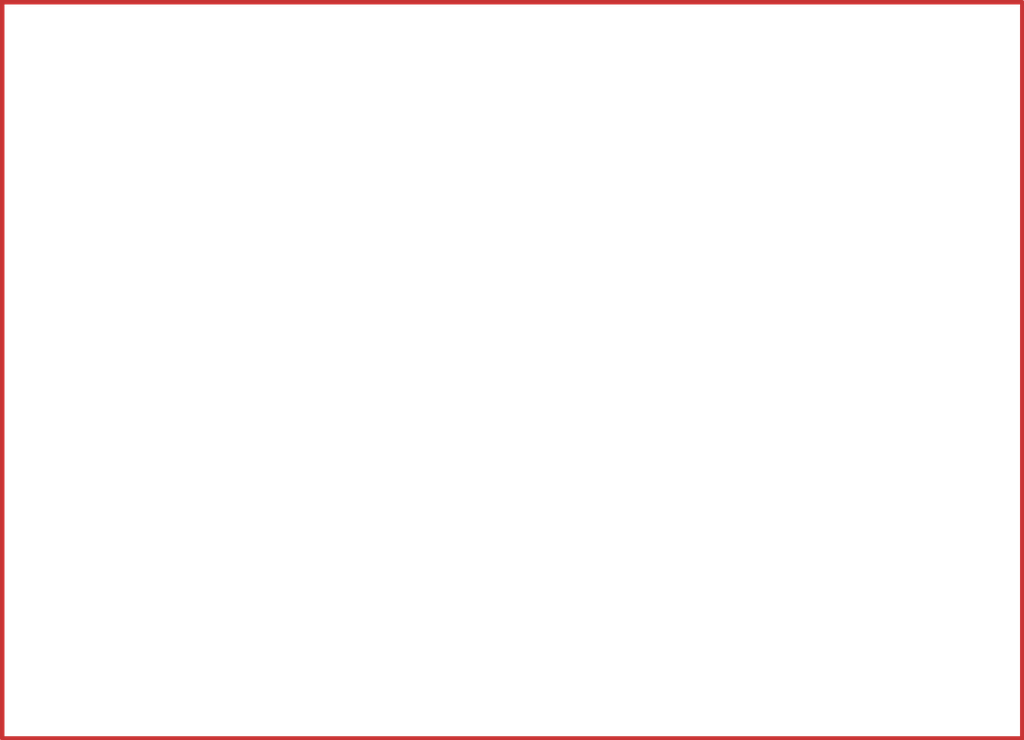
<source format=kicad_pcb>
(kicad_pcb (version 20221018) (generator pcbnew)

  (general
    (thickness 1.6)
  )

  (paper "A4")
  (layers
    (0 "F.Cu" signal)
    (31 "B.Cu" signal)
    (32 "B.Adhes" user "B.Adhesive")
    (33 "F.Adhes" user "F.Adhesive")
    (34 "B.Paste" user)
    (35 "F.Paste" user)
    (36 "B.SilkS" user "B.Silkscreen")
    (37 "F.SilkS" user "F.Silkscreen")
    (38 "B.Mask" user)
    (39 "F.Mask" user)
    (40 "Dwgs.User" user "User.Drawings")
    (41 "Cmts.User" user "User.Comments")
    (42 "Eco1.User" user "User.Eco1")
    (43 "Eco2.User" user "User.Eco2")
    (44 "Edge.Cuts" user)
    (45 "Margin" user)
    (46 "B.CrtYd" user "B.Courtyard")
    (47 "F.CrtYd" user "F.Courtyard")
    (48 "B.Fab" user)
    (49 "F.Fab" user)
    (50 "User.1" user)
    (51 "User.2" user)
    (52 "User.3" user)
    (53 "User.4" user)
    (54 "User.5" user)
    (55 "User.6" user)
    (56 "User.7" user)
    (57 "User.8" user)
    (58 "User.9" user)
  )

  (setup
    (pad_to_mask_clearance 0)
    (pcbplotparams
      (layerselection 0x00010fc_ffffffff)
      (plot_on_all_layers_selection 0x0000000_00000000)
      (disableapertmacros false)
      (usegerberextensions false)
      (usegerberattributes true)
      (usegerberadvancedattributes true)
      (creategerberjobfile true)
      (dashed_line_dash_ratio 12.000000)
      (dashed_line_gap_ratio 3.000000)
      (svgprecision 4)
      (plotframeref false)
      (viasonmask false)
      (mode 1)
      (useauxorigin false)
      (hpglpennumber 1)
      (hpglpenspeed 20)
      (hpglpendiameter 15.000000)
      (dxfpolygonmode true)
      (dxfimperialunits true)
      (dxfusepcbnewfont true)
      (psnegative false)
      (psa4output false)
      (plotreference true)
      (plotvalue true)
      (plotinvisibletext false)
      (sketchpadsonfab false)
      (subtractmaskfromsilk false)
      (outputformat 1)
      (mirror false)
      (drillshape 1)
      (scaleselection 1)
      (outputdirectory "")
    )
  )

  (net 0 "")

  (gr_rect (start 154.94 83.82) (end 200.66 116.84)
    (stroke (width 0.2) (type default)) (fill none) (layer "F.Cu") (tstamp f62eebb3-f79e-4576-a180-0be0f48731d8))

)

</source>
